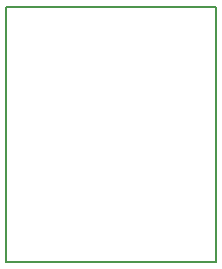
<source format=gko>
G04 DipTrace 2.4.0.2*
%INSocialLight.gko*%
%MOIN*%
%ADD11C,0.0055*%
%FSLAX44Y44*%
G04*
G70*
G90*
G75*
G01*
%LNBoardOutline*%
%LPD*%
X3937Y12437D2*
D11*
X10937D1*
Y3937D1*
X3937D1*
Y12437D1*
M02*

</source>
